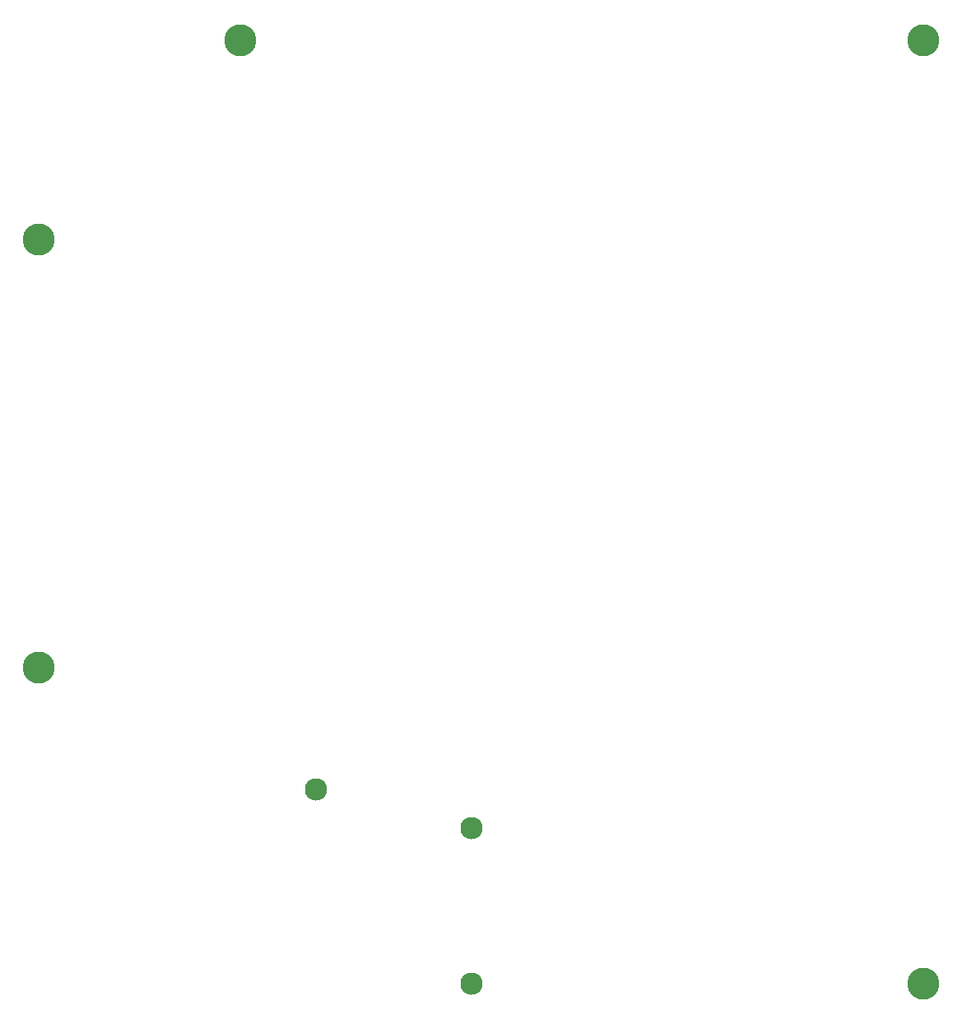
<source format=gts>
%TF.GenerationSoftware,KiCad,Pcbnew,9.0.2*%
%TF.CreationDate,2025-06-22T13:00:50+02:00*%
%TF.ProjectId,kicad,6b696361-642e-46b6-9963-61645f706362,rev?*%
%TF.SameCoordinates,Original*%
%TF.FileFunction,Soldermask,Top*%
%TF.FilePolarity,Negative*%
%FSLAX46Y46*%
G04 Gerber Fmt 4.6, Leading zero omitted, Abs format (unit mm)*
G04 Created by KiCad (PCBNEW 9.0.2) date 2025-06-22 13:00:50*
%MOMM*%
%LPD*%
G01*
G04 APERTURE LIST*
%ADD10C,3.300000*%
%ADD11C,2.300000*%
G04 APERTURE END LIST*
D10*
%TO.C,MH18*%
X42250000Y-16000000D03*
%TD*%
%TO.C,MH15*%
X21500000Y-80500000D03*
%TD*%
%TO.C,MH14*%
X112500000Y-16000000D03*
%TD*%
D11*
%TO.C,MH13*%
X50000000Y-93000000D03*
%TD*%
D10*
%TO.C,MH16*%
X21500000Y-36500000D03*
%TD*%
D11*
%TO.C,MH4*%
X66000000Y-113000000D03*
%TD*%
D10*
%TO.C,MH17*%
X112500000Y-113000000D03*
%TD*%
D11*
%TO.C,MH3*%
X66000000Y-97000000D03*
%TD*%
M02*

</source>
